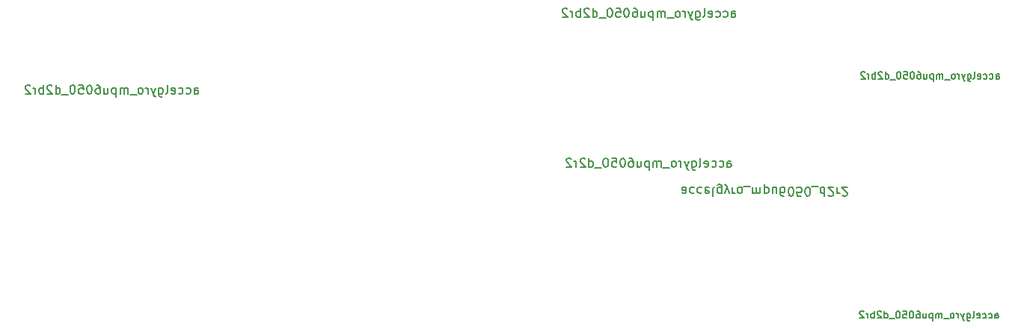
<source format=gbo>
G04 #@! TF.GenerationSoftware,KiCad,Pcbnew,5.1.9-73d0e3b20d~88~ubuntu18.04.1*
G04 #@! TF.CreationDate,2021-03-21T23:49:59-07:00*
G04 #@! TF.ProjectId,accelgyro_mpu6050_d2r2_4x4,61636365-6c67-4797-926f-5f6d70753630,rev?*
G04 #@! TF.SameCoordinates,Original*
G04 #@! TF.FileFunction,Legend,Bot*
G04 #@! TF.FilePolarity,Positive*
%FSLAX46Y46*%
G04 Gerber Fmt 4.6, Leading zero omitted, Abs format (unit mm)*
G04 Created by KiCad (PCBNEW 5.1.9-73d0e3b20d~88~ubuntu18.04.1) date 2021-03-21 23:49:59*
%MOMM*%
%LPD*%
G01*
G04 APERTURE LIST*
%ADD10C,0.150000*%
G04 APERTURE END LIST*
D10*
X133391666Y-81961904D02*
X133391666Y-81542857D01*
X133429761Y-81466666D01*
X133505952Y-81428571D01*
X133658333Y-81428571D01*
X133734523Y-81466666D01*
X133391666Y-81923809D02*
X133467857Y-81961904D01*
X133658333Y-81961904D01*
X133734523Y-81923809D01*
X133772619Y-81847619D01*
X133772619Y-81771428D01*
X133734523Y-81695238D01*
X133658333Y-81657142D01*
X133467857Y-81657142D01*
X133391666Y-81619047D01*
X132667857Y-81923809D02*
X132744047Y-81961904D01*
X132896428Y-81961904D01*
X132972619Y-81923809D01*
X133010714Y-81885714D01*
X133048809Y-81809523D01*
X133048809Y-81580952D01*
X133010714Y-81504761D01*
X132972619Y-81466666D01*
X132896428Y-81428571D01*
X132744047Y-81428571D01*
X132667857Y-81466666D01*
X131982142Y-81923809D02*
X132058333Y-81961904D01*
X132210714Y-81961904D01*
X132286904Y-81923809D01*
X132325000Y-81885714D01*
X132363095Y-81809523D01*
X132363095Y-81580952D01*
X132325000Y-81504761D01*
X132286904Y-81466666D01*
X132210714Y-81428571D01*
X132058333Y-81428571D01*
X131982142Y-81466666D01*
X131334523Y-81923809D02*
X131410714Y-81961904D01*
X131563095Y-81961904D01*
X131639285Y-81923809D01*
X131677380Y-81847619D01*
X131677380Y-81542857D01*
X131639285Y-81466666D01*
X131563095Y-81428571D01*
X131410714Y-81428571D01*
X131334523Y-81466666D01*
X131296428Y-81542857D01*
X131296428Y-81619047D01*
X131677380Y-81695238D01*
X130839285Y-81961904D02*
X130915476Y-81923809D01*
X130953571Y-81847619D01*
X130953571Y-81161904D01*
X130191666Y-81428571D02*
X130191666Y-82076190D01*
X130229761Y-82152380D01*
X130267857Y-82190476D01*
X130344047Y-82228571D01*
X130458333Y-82228571D01*
X130534523Y-82190476D01*
X130191666Y-81923809D02*
X130267857Y-81961904D01*
X130420238Y-81961904D01*
X130496428Y-81923809D01*
X130534523Y-81885714D01*
X130572619Y-81809523D01*
X130572619Y-81580952D01*
X130534523Y-81504761D01*
X130496428Y-81466666D01*
X130420238Y-81428571D01*
X130267857Y-81428571D01*
X130191666Y-81466666D01*
X129886904Y-81428571D02*
X129696428Y-81961904D01*
X129505952Y-81428571D02*
X129696428Y-81961904D01*
X129772619Y-82152380D01*
X129810714Y-82190476D01*
X129886904Y-82228571D01*
X129201190Y-81961904D02*
X129201190Y-81428571D01*
X129201190Y-81580952D02*
X129163095Y-81504761D01*
X129125000Y-81466666D01*
X129048809Y-81428571D01*
X128972619Y-81428571D01*
X128591666Y-81961904D02*
X128667857Y-81923809D01*
X128705952Y-81885714D01*
X128744047Y-81809523D01*
X128744047Y-81580952D01*
X128705952Y-81504761D01*
X128667857Y-81466666D01*
X128591666Y-81428571D01*
X128477380Y-81428571D01*
X128401190Y-81466666D01*
X128363095Y-81504761D01*
X128325000Y-81580952D01*
X128325000Y-81809523D01*
X128363095Y-81885714D01*
X128401190Y-81923809D01*
X128477380Y-81961904D01*
X128591666Y-81961904D01*
X128172619Y-82038095D02*
X127563095Y-82038095D01*
X127372619Y-81961904D02*
X127372619Y-81428571D01*
X127372619Y-81504761D02*
X127334523Y-81466666D01*
X127258333Y-81428571D01*
X127144047Y-81428571D01*
X127067857Y-81466666D01*
X127029761Y-81542857D01*
X127029761Y-81961904D01*
X127029761Y-81542857D02*
X126991666Y-81466666D01*
X126915476Y-81428571D01*
X126801190Y-81428571D01*
X126725000Y-81466666D01*
X126686904Y-81542857D01*
X126686904Y-81961904D01*
X126305952Y-81428571D02*
X126305952Y-82228571D01*
X126305952Y-81466666D02*
X126229761Y-81428571D01*
X126077380Y-81428571D01*
X126001190Y-81466666D01*
X125963095Y-81504761D01*
X125925000Y-81580952D01*
X125925000Y-81809523D01*
X125963095Y-81885714D01*
X126001190Y-81923809D01*
X126077380Y-81961904D01*
X126229761Y-81961904D01*
X126305952Y-81923809D01*
X125239285Y-81428571D02*
X125239285Y-81961904D01*
X125582142Y-81428571D02*
X125582142Y-81847619D01*
X125544047Y-81923809D01*
X125467857Y-81961904D01*
X125353571Y-81961904D01*
X125277380Y-81923809D01*
X125239285Y-81885714D01*
X124515476Y-81161904D02*
X124667857Y-81161904D01*
X124744047Y-81200000D01*
X124782142Y-81238095D01*
X124858333Y-81352380D01*
X124896428Y-81504761D01*
X124896428Y-81809523D01*
X124858333Y-81885714D01*
X124820238Y-81923809D01*
X124744047Y-81961904D01*
X124591666Y-81961904D01*
X124515476Y-81923809D01*
X124477380Y-81885714D01*
X124439285Y-81809523D01*
X124439285Y-81619047D01*
X124477380Y-81542857D01*
X124515476Y-81504761D01*
X124591666Y-81466666D01*
X124744047Y-81466666D01*
X124820238Y-81504761D01*
X124858333Y-81542857D01*
X124896428Y-81619047D01*
X123944047Y-81161904D02*
X123867857Y-81161904D01*
X123791666Y-81200000D01*
X123753571Y-81238095D01*
X123715476Y-81314285D01*
X123677380Y-81466666D01*
X123677380Y-81657142D01*
X123715476Y-81809523D01*
X123753571Y-81885714D01*
X123791666Y-81923809D01*
X123867857Y-81961904D01*
X123944047Y-81961904D01*
X124020238Y-81923809D01*
X124058333Y-81885714D01*
X124096428Y-81809523D01*
X124134523Y-81657142D01*
X124134523Y-81466666D01*
X124096428Y-81314285D01*
X124058333Y-81238095D01*
X124020238Y-81200000D01*
X123944047Y-81161904D01*
X122953571Y-81161904D02*
X123334523Y-81161904D01*
X123372619Y-81542857D01*
X123334523Y-81504761D01*
X123258333Y-81466666D01*
X123067857Y-81466666D01*
X122991666Y-81504761D01*
X122953571Y-81542857D01*
X122915476Y-81619047D01*
X122915476Y-81809523D01*
X122953571Y-81885714D01*
X122991666Y-81923809D01*
X123067857Y-81961904D01*
X123258333Y-81961904D01*
X123334523Y-81923809D01*
X123372619Y-81885714D01*
X122420238Y-81161904D02*
X122344047Y-81161904D01*
X122267857Y-81200000D01*
X122229761Y-81238095D01*
X122191666Y-81314285D01*
X122153571Y-81466666D01*
X122153571Y-81657142D01*
X122191666Y-81809523D01*
X122229761Y-81885714D01*
X122267857Y-81923809D01*
X122344047Y-81961904D01*
X122420238Y-81961904D01*
X122496428Y-81923809D01*
X122534523Y-81885714D01*
X122572619Y-81809523D01*
X122610714Y-81657142D01*
X122610714Y-81466666D01*
X122572619Y-81314285D01*
X122534523Y-81238095D01*
X122496428Y-81200000D01*
X122420238Y-81161904D01*
X122001190Y-82038095D02*
X121391666Y-82038095D01*
X120858333Y-81961904D02*
X120858333Y-81161904D01*
X120858333Y-81923809D02*
X120934523Y-81961904D01*
X121086904Y-81961904D01*
X121163095Y-81923809D01*
X121201190Y-81885714D01*
X121239285Y-81809523D01*
X121239285Y-81580952D01*
X121201190Y-81504761D01*
X121163095Y-81466666D01*
X121086904Y-81428571D01*
X120934523Y-81428571D01*
X120858333Y-81466666D01*
X120515476Y-81238095D02*
X120477380Y-81200000D01*
X120401190Y-81161904D01*
X120210714Y-81161904D01*
X120134523Y-81200000D01*
X120096428Y-81238095D01*
X120058333Y-81314285D01*
X120058333Y-81390476D01*
X120096428Y-81504761D01*
X120553571Y-81961904D01*
X120058333Y-81961904D01*
X119715476Y-81961904D02*
X119715476Y-81161904D01*
X119715476Y-81466666D02*
X119639285Y-81428571D01*
X119486904Y-81428571D01*
X119410714Y-81466666D01*
X119372619Y-81504761D01*
X119334523Y-81580952D01*
X119334523Y-81809523D01*
X119372619Y-81885714D01*
X119410714Y-81923809D01*
X119486904Y-81961904D01*
X119639285Y-81961904D01*
X119715476Y-81923809D01*
X118991666Y-81961904D02*
X118991666Y-81428571D01*
X118991666Y-81580952D02*
X118953571Y-81504761D01*
X118915476Y-81466666D01*
X118839285Y-81428571D01*
X118763095Y-81428571D01*
X118534523Y-81238095D02*
X118496428Y-81200000D01*
X118420238Y-81161904D01*
X118229761Y-81161904D01*
X118153571Y-81200000D01*
X118115476Y-81238095D01*
X118077380Y-81314285D01*
X118077380Y-81390476D01*
X118115476Y-81504761D01*
X118572619Y-81961904D01*
X118077380Y-81961904D01*
X102980952Y-91952380D02*
X102980952Y-91428571D01*
X103028571Y-91333333D01*
X103123809Y-91285714D01*
X103314285Y-91285714D01*
X103409523Y-91333333D01*
X102980952Y-91904761D02*
X103076190Y-91952380D01*
X103314285Y-91952380D01*
X103409523Y-91904761D01*
X103457142Y-91809523D01*
X103457142Y-91714285D01*
X103409523Y-91619047D01*
X103314285Y-91571428D01*
X103076190Y-91571428D01*
X102980952Y-91523809D01*
X102076190Y-91904761D02*
X102171428Y-91952380D01*
X102361904Y-91952380D01*
X102457142Y-91904761D01*
X102504761Y-91857142D01*
X102552380Y-91761904D01*
X102552380Y-91476190D01*
X102504761Y-91380952D01*
X102457142Y-91333333D01*
X102361904Y-91285714D01*
X102171428Y-91285714D01*
X102076190Y-91333333D01*
X101219047Y-91904761D02*
X101314285Y-91952380D01*
X101504761Y-91952380D01*
X101600000Y-91904761D01*
X101647619Y-91857142D01*
X101695238Y-91761904D01*
X101695238Y-91476190D01*
X101647619Y-91380952D01*
X101600000Y-91333333D01*
X101504761Y-91285714D01*
X101314285Y-91285714D01*
X101219047Y-91333333D01*
X100409523Y-91904761D02*
X100504761Y-91952380D01*
X100695238Y-91952380D01*
X100790476Y-91904761D01*
X100838095Y-91809523D01*
X100838095Y-91428571D01*
X100790476Y-91333333D01*
X100695238Y-91285714D01*
X100504761Y-91285714D01*
X100409523Y-91333333D01*
X100361904Y-91428571D01*
X100361904Y-91523809D01*
X100838095Y-91619047D01*
X99790476Y-91952380D02*
X99885714Y-91904761D01*
X99933333Y-91809523D01*
X99933333Y-90952380D01*
X98980952Y-91285714D02*
X98980952Y-92095238D01*
X99028571Y-92190476D01*
X99076190Y-92238095D01*
X99171428Y-92285714D01*
X99314285Y-92285714D01*
X99409523Y-92238095D01*
X98980952Y-91904761D02*
X99076190Y-91952380D01*
X99266666Y-91952380D01*
X99361904Y-91904761D01*
X99409523Y-91857142D01*
X99457142Y-91761904D01*
X99457142Y-91476190D01*
X99409523Y-91380952D01*
X99361904Y-91333333D01*
X99266666Y-91285714D01*
X99076190Y-91285714D01*
X98980952Y-91333333D01*
X98600000Y-91285714D02*
X98361904Y-91952380D01*
X98123809Y-91285714D02*
X98361904Y-91952380D01*
X98457142Y-92190476D01*
X98504761Y-92238095D01*
X98600000Y-92285714D01*
X97742857Y-91952380D02*
X97742857Y-91285714D01*
X97742857Y-91476190D02*
X97695238Y-91380952D01*
X97647619Y-91333333D01*
X97552380Y-91285714D01*
X97457142Y-91285714D01*
X96980952Y-91952380D02*
X97076190Y-91904761D01*
X97123809Y-91857142D01*
X97171428Y-91761904D01*
X97171428Y-91476190D01*
X97123809Y-91380952D01*
X97076190Y-91333333D01*
X96980952Y-91285714D01*
X96838095Y-91285714D01*
X96742857Y-91333333D01*
X96695238Y-91380952D01*
X96647619Y-91476190D01*
X96647619Y-91761904D01*
X96695238Y-91857142D01*
X96742857Y-91904761D01*
X96838095Y-91952380D01*
X96980952Y-91952380D01*
X96457142Y-92047619D02*
X95695238Y-92047619D01*
X95457142Y-91952380D02*
X95457142Y-91285714D01*
X95457142Y-91380952D02*
X95409523Y-91333333D01*
X95314285Y-91285714D01*
X95171428Y-91285714D01*
X95076190Y-91333333D01*
X95028571Y-91428571D01*
X95028571Y-91952380D01*
X95028571Y-91428571D02*
X94980952Y-91333333D01*
X94885714Y-91285714D01*
X94742857Y-91285714D01*
X94647619Y-91333333D01*
X94600000Y-91428571D01*
X94600000Y-91952380D01*
X94123809Y-91285714D02*
X94123809Y-92285714D01*
X94123809Y-91333333D02*
X94028571Y-91285714D01*
X93838095Y-91285714D01*
X93742857Y-91333333D01*
X93695238Y-91380952D01*
X93647619Y-91476190D01*
X93647619Y-91761904D01*
X93695238Y-91857142D01*
X93742857Y-91904761D01*
X93838095Y-91952380D01*
X94028571Y-91952380D01*
X94123809Y-91904761D01*
X92790476Y-91285714D02*
X92790476Y-91952380D01*
X93219047Y-91285714D02*
X93219047Y-91809523D01*
X93171428Y-91904761D01*
X93076190Y-91952380D01*
X92933333Y-91952380D01*
X92838095Y-91904761D01*
X92790476Y-91857142D01*
X91885714Y-90952380D02*
X92076190Y-90952380D01*
X92171428Y-91000000D01*
X92219047Y-91047619D01*
X92314285Y-91190476D01*
X92361904Y-91380952D01*
X92361904Y-91761904D01*
X92314285Y-91857142D01*
X92266666Y-91904761D01*
X92171428Y-91952380D01*
X91980952Y-91952380D01*
X91885714Y-91904761D01*
X91838095Y-91857142D01*
X91790476Y-91761904D01*
X91790476Y-91523809D01*
X91838095Y-91428571D01*
X91885714Y-91380952D01*
X91980952Y-91333333D01*
X92171428Y-91333333D01*
X92266666Y-91380952D01*
X92314285Y-91428571D01*
X92361904Y-91523809D01*
X91171428Y-90952380D02*
X91076190Y-90952380D01*
X90980952Y-91000000D01*
X90933333Y-91047619D01*
X90885714Y-91142857D01*
X90838095Y-91333333D01*
X90838095Y-91571428D01*
X90885714Y-91761904D01*
X90933333Y-91857142D01*
X90980952Y-91904761D01*
X91076190Y-91952380D01*
X91171428Y-91952380D01*
X91266666Y-91904761D01*
X91314285Y-91857142D01*
X91361904Y-91761904D01*
X91409523Y-91571428D01*
X91409523Y-91333333D01*
X91361904Y-91142857D01*
X91314285Y-91047619D01*
X91266666Y-91000000D01*
X91171428Y-90952380D01*
X89933333Y-90952380D02*
X90409523Y-90952380D01*
X90457142Y-91428571D01*
X90409523Y-91380952D01*
X90314285Y-91333333D01*
X90076190Y-91333333D01*
X89980952Y-91380952D01*
X89933333Y-91428571D01*
X89885714Y-91523809D01*
X89885714Y-91761904D01*
X89933333Y-91857142D01*
X89980952Y-91904761D01*
X90076190Y-91952380D01*
X90314285Y-91952380D01*
X90409523Y-91904761D01*
X90457142Y-91857142D01*
X89266666Y-90952380D02*
X89171428Y-90952380D01*
X89076190Y-91000000D01*
X89028571Y-91047619D01*
X88980952Y-91142857D01*
X88933333Y-91333333D01*
X88933333Y-91571428D01*
X88980952Y-91761904D01*
X89028571Y-91857142D01*
X89076190Y-91904761D01*
X89171428Y-91952380D01*
X89266666Y-91952380D01*
X89361904Y-91904761D01*
X89409523Y-91857142D01*
X89457142Y-91761904D01*
X89504761Y-91571428D01*
X89504761Y-91333333D01*
X89457142Y-91142857D01*
X89409523Y-91047619D01*
X89361904Y-91000000D01*
X89266666Y-90952380D01*
X88742857Y-92047619D02*
X87980952Y-92047619D01*
X87314285Y-91952380D02*
X87314285Y-90952380D01*
X87314285Y-91904761D02*
X87409523Y-91952380D01*
X87600000Y-91952380D01*
X87695238Y-91904761D01*
X87742857Y-91857142D01*
X87790476Y-91761904D01*
X87790476Y-91476190D01*
X87742857Y-91380952D01*
X87695238Y-91333333D01*
X87600000Y-91285714D01*
X87409523Y-91285714D01*
X87314285Y-91333333D01*
X86885714Y-91047619D02*
X86838095Y-91000000D01*
X86742857Y-90952380D01*
X86504761Y-90952380D01*
X86409523Y-91000000D01*
X86361904Y-91047619D01*
X86314285Y-91142857D01*
X86314285Y-91238095D01*
X86361904Y-91380952D01*
X86933333Y-91952380D01*
X86314285Y-91952380D01*
X85885714Y-91952380D02*
X85885714Y-91285714D01*
X85885714Y-91476190D02*
X85838095Y-91380952D01*
X85790476Y-91333333D01*
X85695238Y-91285714D01*
X85600000Y-91285714D01*
X85314285Y-91047619D02*
X85266666Y-91000000D01*
X85171428Y-90952380D01*
X84933333Y-90952380D01*
X84838095Y-91000000D01*
X84790476Y-91047619D01*
X84742857Y-91142857D01*
X84742857Y-91238095D01*
X84790476Y-91380952D01*
X85361904Y-91952380D01*
X84742857Y-91952380D01*
X42633333Y-83652380D02*
X42633333Y-83128571D01*
X42680952Y-83033333D01*
X42776190Y-82985714D01*
X42966666Y-82985714D01*
X43061904Y-83033333D01*
X42633333Y-83604761D02*
X42728571Y-83652380D01*
X42966666Y-83652380D01*
X43061904Y-83604761D01*
X43109523Y-83509523D01*
X43109523Y-83414285D01*
X43061904Y-83319047D01*
X42966666Y-83271428D01*
X42728571Y-83271428D01*
X42633333Y-83223809D01*
X41728571Y-83604761D02*
X41823809Y-83652380D01*
X42014285Y-83652380D01*
X42109523Y-83604761D01*
X42157142Y-83557142D01*
X42204761Y-83461904D01*
X42204761Y-83176190D01*
X42157142Y-83080952D01*
X42109523Y-83033333D01*
X42014285Y-82985714D01*
X41823809Y-82985714D01*
X41728571Y-83033333D01*
X40871428Y-83604761D02*
X40966666Y-83652380D01*
X41157142Y-83652380D01*
X41252380Y-83604761D01*
X41300000Y-83557142D01*
X41347619Y-83461904D01*
X41347619Y-83176190D01*
X41300000Y-83080952D01*
X41252380Y-83033333D01*
X41157142Y-82985714D01*
X40966666Y-82985714D01*
X40871428Y-83033333D01*
X40061904Y-83604761D02*
X40157142Y-83652380D01*
X40347619Y-83652380D01*
X40442857Y-83604761D01*
X40490476Y-83509523D01*
X40490476Y-83128571D01*
X40442857Y-83033333D01*
X40347619Y-82985714D01*
X40157142Y-82985714D01*
X40061904Y-83033333D01*
X40014285Y-83128571D01*
X40014285Y-83223809D01*
X40490476Y-83319047D01*
X39442857Y-83652380D02*
X39538095Y-83604761D01*
X39585714Y-83509523D01*
X39585714Y-82652380D01*
X38633333Y-82985714D02*
X38633333Y-83795238D01*
X38680952Y-83890476D01*
X38728571Y-83938095D01*
X38823809Y-83985714D01*
X38966666Y-83985714D01*
X39061904Y-83938095D01*
X38633333Y-83604761D02*
X38728571Y-83652380D01*
X38919047Y-83652380D01*
X39014285Y-83604761D01*
X39061904Y-83557142D01*
X39109523Y-83461904D01*
X39109523Y-83176190D01*
X39061904Y-83080952D01*
X39014285Y-83033333D01*
X38919047Y-82985714D01*
X38728571Y-82985714D01*
X38633333Y-83033333D01*
X38252380Y-82985714D02*
X38014285Y-83652380D01*
X37776190Y-82985714D02*
X38014285Y-83652380D01*
X38109523Y-83890476D01*
X38157142Y-83938095D01*
X38252380Y-83985714D01*
X37395238Y-83652380D02*
X37395238Y-82985714D01*
X37395238Y-83176190D02*
X37347619Y-83080952D01*
X37300000Y-83033333D01*
X37204761Y-82985714D01*
X37109523Y-82985714D01*
X36633333Y-83652380D02*
X36728571Y-83604761D01*
X36776190Y-83557142D01*
X36823809Y-83461904D01*
X36823809Y-83176190D01*
X36776190Y-83080952D01*
X36728571Y-83033333D01*
X36633333Y-82985714D01*
X36490476Y-82985714D01*
X36395238Y-83033333D01*
X36347619Y-83080952D01*
X36300000Y-83176190D01*
X36300000Y-83461904D01*
X36347619Y-83557142D01*
X36395238Y-83604761D01*
X36490476Y-83652380D01*
X36633333Y-83652380D01*
X36109523Y-83747619D02*
X35347619Y-83747619D01*
X35109523Y-83652380D02*
X35109523Y-82985714D01*
X35109523Y-83080952D02*
X35061904Y-83033333D01*
X34966666Y-82985714D01*
X34823809Y-82985714D01*
X34728571Y-83033333D01*
X34680952Y-83128571D01*
X34680952Y-83652380D01*
X34680952Y-83128571D02*
X34633333Y-83033333D01*
X34538095Y-82985714D01*
X34395238Y-82985714D01*
X34300000Y-83033333D01*
X34252380Y-83128571D01*
X34252380Y-83652380D01*
X33776190Y-82985714D02*
X33776190Y-83985714D01*
X33776190Y-83033333D02*
X33680952Y-82985714D01*
X33490476Y-82985714D01*
X33395238Y-83033333D01*
X33347619Y-83080952D01*
X33300000Y-83176190D01*
X33300000Y-83461904D01*
X33347619Y-83557142D01*
X33395238Y-83604761D01*
X33490476Y-83652380D01*
X33680952Y-83652380D01*
X33776190Y-83604761D01*
X32442857Y-82985714D02*
X32442857Y-83652380D01*
X32871428Y-82985714D02*
X32871428Y-83509523D01*
X32823809Y-83604761D01*
X32728571Y-83652380D01*
X32585714Y-83652380D01*
X32490476Y-83604761D01*
X32442857Y-83557142D01*
X31538095Y-82652380D02*
X31728571Y-82652380D01*
X31823809Y-82700000D01*
X31871428Y-82747619D01*
X31966666Y-82890476D01*
X32014285Y-83080952D01*
X32014285Y-83461904D01*
X31966666Y-83557142D01*
X31919047Y-83604761D01*
X31823809Y-83652380D01*
X31633333Y-83652380D01*
X31538095Y-83604761D01*
X31490476Y-83557142D01*
X31442857Y-83461904D01*
X31442857Y-83223809D01*
X31490476Y-83128571D01*
X31538095Y-83080952D01*
X31633333Y-83033333D01*
X31823809Y-83033333D01*
X31919047Y-83080952D01*
X31966666Y-83128571D01*
X32014285Y-83223809D01*
X30823809Y-82652380D02*
X30728571Y-82652380D01*
X30633333Y-82700000D01*
X30585714Y-82747619D01*
X30538095Y-82842857D01*
X30490476Y-83033333D01*
X30490476Y-83271428D01*
X30538095Y-83461904D01*
X30585714Y-83557142D01*
X30633333Y-83604761D01*
X30728571Y-83652380D01*
X30823809Y-83652380D01*
X30919047Y-83604761D01*
X30966666Y-83557142D01*
X31014285Y-83461904D01*
X31061904Y-83271428D01*
X31061904Y-83033333D01*
X31014285Y-82842857D01*
X30966666Y-82747619D01*
X30919047Y-82700000D01*
X30823809Y-82652380D01*
X29585714Y-82652380D02*
X30061904Y-82652380D01*
X30109523Y-83128571D01*
X30061904Y-83080952D01*
X29966666Y-83033333D01*
X29728571Y-83033333D01*
X29633333Y-83080952D01*
X29585714Y-83128571D01*
X29538095Y-83223809D01*
X29538095Y-83461904D01*
X29585714Y-83557142D01*
X29633333Y-83604761D01*
X29728571Y-83652380D01*
X29966666Y-83652380D01*
X30061904Y-83604761D01*
X30109523Y-83557142D01*
X28919047Y-82652380D02*
X28823809Y-82652380D01*
X28728571Y-82700000D01*
X28680952Y-82747619D01*
X28633333Y-82842857D01*
X28585714Y-83033333D01*
X28585714Y-83271428D01*
X28633333Y-83461904D01*
X28680952Y-83557142D01*
X28728571Y-83604761D01*
X28823809Y-83652380D01*
X28919047Y-83652380D01*
X29014285Y-83604761D01*
X29061904Y-83557142D01*
X29109523Y-83461904D01*
X29157142Y-83271428D01*
X29157142Y-83033333D01*
X29109523Y-82842857D01*
X29061904Y-82747619D01*
X29014285Y-82700000D01*
X28919047Y-82652380D01*
X28395238Y-83747619D02*
X27633333Y-83747619D01*
X26966666Y-83652380D02*
X26966666Y-82652380D01*
X26966666Y-83604761D02*
X27061904Y-83652380D01*
X27252380Y-83652380D01*
X27347619Y-83604761D01*
X27395238Y-83557142D01*
X27442857Y-83461904D01*
X27442857Y-83176190D01*
X27395238Y-83080952D01*
X27347619Y-83033333D01*
X27252380Y-82985714D01*
X27061904Y-82985714D01*
X26966666Y-83033333D01*
X26538095Y-82747619D02*
X26490476Y-82700000D01*
X26395238Y-82652380D01*
X26157142Y-82652380D01*
X26061904Y-82700000D01*
X26014285Y-82747619D01*
X25966666Y-82842857D01*
X25966666Y-82938095D01*
X26014285Y-83080952D01*
X26585714Y-83652380D01*
X25966666Y-83652380D01*
X25538095Y-83652380D02*
X25538095Y-82652380D01*
X25538095Y-83033333D02*
X25442857Y-82985714D01*
X25252380Y-82985714D01*
X25157142Y-83033333D01*
X25109523Y-83080952D01*
X25061904Y-83176190D01*
X25061904Y-83461904D01*
X25109523Y-83557142D01*
X25157142Y-83604761D01*
X25252380Y-83652380D01*
X25442857Y-83652380D01*
X25538095Y-83604761D01*
X24633333Y-83652380D02*
X24633333Y-82985714D01*
X24633333Y-83176190D02*
X24585714Y-83080952D01*
X24538095Y-83033333D01*
X24442857Y-82985714D01*
X24347619Y-82985714D01*
X24061904Y-82747619D02*
X24014285Y-82700000D01*
X23919047Y-82652380D01*
X23680952Y-82652380D01*
X23585714Y-82700000D01*
X23538095Y-82747619D01*
X23490476Y-82842857D01*
X23490476Y-82938095D01*
X23538095Y-83080952D01*
X24109523Y-83652380D01*
X23490476Y-83652380D01*
X103433333Y-74952380D02*
X103433333Y-74428571D01*
X103480952Y-74333333D01*
X103576190Y-74285714D01*
X103766666Y-74285714D01*
X103861904Y-74333333D01*
X103433333Y-74904761D02*
X103528571Y-74952380D01*
X103766666Y-74952380D01*
X103861904Y-74904761D01*
X103909523Y-74809523D01*
X103909523Y-74714285D01*
X103861904Y-74619047D01*
X103766666Y-74571428D01*
X103528571Y-74571428D01*
X103433333Y-74523809D01*
X102528571Y-74904761D02*
X102623809Y-74952380D01*
X102814285Y-74952380D01*
X102909523Y-74904761D01*
X102957142Y-74857142D01*
X103004761Y-74761904D01*
X103004761Y-74476190D01*
X102957142Y-74380952D01*
X102909523Y-74333333D01*
X102814285Y-74285714D01*
X102623809Y-74285714D01*
X102528571Y-74333333D01*
X101671428Y-74904761D02*
X101766666Y-74952380D01*
X101957142Y-74952380D01*
X102052380Y-74904761D01*
X102100000Y-74857142D01*
X102147619Y-74761904D01*
X102147619Y-74476190D01*
X102100000Y-74380952D01*
X102052380Y-74333333D01*
X101957142Y-74285714D01*
X101766666Y-74285714D01*
X101671428Y-74333333D01*
X100861904Y-74904761D02*
X100957142Y-74952380D01*
X101147619Y-74952380D01*
X101242857Y-74904761D01*
X101290476Y-74809523D01*
X101290476Y-74428571D01*
X101242857Y-74333333D01*
X101147619Y-74285714D01*
X100957142Y-74285714D01*
X100861904Y-74333333D01*
X100814285Y-74428571D01*
X100814285Y-74523809D01*
X101290476Y-74619047D01*
X100242857Y-74952380D02*
X100338095Y-74904761D01*
X100385714Y-74809523D01*
X100385714Y-73952380D01*
X99433333Y-74285714D02*
X99433333Y-75095238D01*
X99480952Y-75190476D01*
X99528571Y-75238095D01*
X99623809Y-75285714D01*
X99766666Y-75285714D01*
X99861904Y-75238095D01*
X99433333Y-74904761D02*
X99528571Y-74952380D01*
X99719047Y-74952380D01*
X99814285Y-74904761D01*
X99861904Y-74857142D01*
X99909523Y-74761904D01*
X99909523Y-74476190D01*
X99861904Y-74380952D01*
X99814285Y-74333333D01*
X99719047Y-74285714D01*
X99528571Y-74285714D01*
X99433333Y-74333333D01*
X99052380Y-74285714D02*
X98814285Y-74952380D01*
X98576190Y-74285714D02*
X98814285Y-74952380D01*
X98909523Y-75190476D01*
X98957142Y-75238095D01*
X99052380Y-75285714D01*
X98195238Y-74952380D02*
X98195238Y-74285714D01*
X98195238Y-74476190D02*
X98147619Y-74380952D01*
X98100000Y-74333333D01*
X98004761Y-74285714D01*
X97909523Y-74285714D01*
X97433333Y-74952380D02*
X97528571Y-74904761D01*
X97576190Y-74857142D01*
X97623809Y-74761904D01*
X97623809Y-74476190D01*
X97576190Y-74380952D01*
X97528571Y-74333333D01*
X97433333Y-74285714D01*
X97290476Y-74285714D01*
X97195238Y-74333333D01*
X97147619Y-74380952D01*
X97100000Y-74476190D01*
X97100000Y-74761904D01*
X97147619Y-74857142D01*
X97195238Y-74904761D01*
X97290476Y-74952380D01*
X97433333Y-74952380D01*
X96909523Y-75047619D02*
X96147619Y-75047619D01*
X95909523Y-74952380D02*
X95909523Y-74285714D01*
X95909523Y-74380952D02*
X95861904Y-74333333D01*
X95766666Y-74285714D01*
X95623809Y-74285714D01*
X95528571Y-74333333D01*
X95480952Y-74428571D01*
X95480952Y-74952380D01*
X95480952Y-74428571D02*
X95433333Y-74333333D01*
X95338095Y-74285714D01*
X95195238Y-74285714D01*
X95100000Y-74333333D01*
X95052380Y-74428571D01*
X95052380Y-74952380D01*
X94576190Y-74285714D02*
X94576190Y-75285714D01*
X94576190Y-74333333D02*
X94480952Y-74285714D01*
X94290476Y-74285714D01*
X94195238Y-74333333D01*
X94147619Y-74380952D01*
X94100000Y-74476190D01*
X94100000Y-74761904D01*
X94147619Y-74857142D01*
X94195238Y-74904761D01*
X94290476Y-74952380D01*
X94480952Y-74952380D01*
X94576190Y-74904761D01*
X93242857Y-74285714D02*
X93242857Y-74952380D01*
X93671428Y-74285714D02*
X93671428Y-74809523D01*
X93623809Y-74904761D01*
X93528571Y-74952380D01*
X93385714Y-74952380D01*
X93290476Y-74904761D01*
X93242857Y-74857142D01*
X92338095Y-73952380D02*
X92528571Y-73952380D01*
X92623809Y-74000000D01*
X92671428Y-74047619D01*
X92766666Y-74190476D01*
X92814285Y-74380952D01*
X92814285Y-74761904D01*
X92766666Y-74857142D01*
X92719047Y-74904761D01*
X92623809Y-74952380D01*
X92433333Y-74952380D01*
X92338095Y-74904761D01*
X92290476Y-74857142D01*
X92242857Y-74761904D01*
X92242857Y-74523809D01*
X92290476Y-74428571D01*
X92338095Y-74380952D01*
X92433333Y-74333333D01*
X92623809Y-74333333D01*
X92719047Y-74380952D01*
X92766666Y-74428571D01*
X92814285Y-74523809D01*
X91623809Y-73952380D02*
X91528571Y-73952380D01*
X91433333Y-74000000D01*
X91385714Y-74047619D01*
X91338095Y-74142857D01*
X91290476Y-74333333D01*
X91290476Y-74571428D01*
X91338095Y-74761904D01*
X91385714Y-74857142D01*
X91433333Y-74904761D01*
X91528571Y-74952380D01*
X91623809Y-74952380D01*
X91719047Y-74904761D01*
X91766666Y-74857142D01*
X91814285Y-74761904D01*
X91861904Y-74571428D01*
X91861904Y-74333333D01*
X91814285Y-74142857D01*
X91766666Y-74047619D01*
X91719047Y-74000000D01*
X91623809Y-73952380D01*
X90385714Y-73952380D02*
X90861904Y-73952380D01*
X90909523Y-74428571D01*
X90861904Y-74380952D01*
X90766666Y-74333333D01*
X90528571Y-74333333D01*
X90433333Y-74380952D01*
X90385714Y-74428571D01*
X90338095Y-74523809D01*
X90338095Y-74761904D01*
X90385714Y-74857142D01*
X90433333Y-74904761D01*
X90528571Y-74952380D01*
X90766666Y-74952380D01*
X90861904Y-74904761D01*
X90909523Y-74857142D01*
X89719047Y-73952380D02*
X89623809Y-73952380D01*
X89528571Y-74000000D01*
X89480952Y-74047619D01*
X89433333Y-74142857D01*
X89385714Y-74333333D01*
X89385714Y-74571428D01*
X89433333Y-74761904D01*
X89480952Y-74857142D01*
X89528571Y-74904761D01*
X89623809Y-74952380D01*
X89719047Y-74952380D01*
X89814285Y-74904761D01*
X89861904Y-74857142D01*
X89909523Y-74761904D01*
X89957142Y-74571428D01*
X89957142Y-74333333D01*
X89909523Y-74142857D01*
X89861904Y-74047619D01*
X89814285Y-74000000D01*
X89719047Y-73952380D01*
X89195238Y-75047619D02*
X88433333Y-75047619D01*
X87766666Y-74952380D02*
X87766666Y-73952380D01*
X87766666Y-74904761D02*
X87861904Y-74952380D01*
X88052380Y-74952380D01*
X88147619Y-74904761D01*
X88195238Y-74857142D01*
X88242857Y-74761904D01*
X88242857Y-74476190D01*
X88195238Y-74380952D01*
X88147619Y-74333333D01*
X88052380Y-74285714D01*
X87861904Y-74285714D01*
X87766666Y-74333333D01*
X87338095Y-74047619D02*
X87290476Y-74000000D01*
X87195238Y-73952380D01*
X86957142Y-73952380D01*
X86861904Y-74000000D01*
X86814285Y-74047619D01*
X86766666Y-74142857D01*
X86766666Y-74238095D01*
X86814285Y-74380952D01*
X87385714Y-74952380D01*
X86766666Y-74952380D01*
X86338095Y-74952380D02*
X86338095Y-73952380D01*
X86338095Y-74333333D02*
X86242857Y-74285714D01*
X86052380Y-74285714D01*
X85957142Y-74333333D01*
X85909523Y-74380952D01*
X85861904Y-74476190D01*
X85861904Y-74761904D01*
X85909523Y-74857142D01*
X85957142Y-74904761D01*
X86052380Y-74952380D01*
X86242857Y-74952380D01*
X86338095Y-74904761D01*
X85433333Y-74952380D02*
X85433333Y-74285714D01*
X85433333Y-74476190D02*
X85385714Y-74380952D01*
X85338095Y-74333333D01*
X85242857Y-74285714D01*
X85147619Y-74285714D01*
X84861904Y-74047619D02*
X84814285Y-74000000D01*
X84719047Y-73952380D01*
X84480952Y-73952380D01*
X84385714Y-74000000D01*
X84338095Y-74047619D01*
X84290476Y-74142857D01*
X84290476Y-74238095D01*
X84338095Y-74380952D01*
X84909523Y-74952380D01*
X84290476Y-74952380D01*
X98319047Y-94247619D02*
X98319047Y-94771428D01*
X98271428Y-94866666D01*
X98176190Y-94914285D01*
X97985714Y-94914285D01*
X97890476Y-94866666D01*
X98319047Y-94295238D02*
X98223809Y-94247619D01*
X97985714Y-94247619D01*
X97890476Y-94295238D01*
X97842857Y-94390476D01*
X97842857Y-94485714D01*
X97890476Y-94580952D01*
X97985714Y-94628571D01*
X98223809Y-94628571D01*
X98319047Y-94676190D01*
X99223809Y-94295238D02*
X99128571Y-94247619D01*
X98938095Y-94247619D01*
X98842857Y-94295238D01*
X98795238Y-94342857D01*
X98747619Y-94438095D01*
X98747619Y-94723809D01*
X98795238Y-94819047D01*
X98842857Y-94866666D01*
X98938095Y-94914285D01*
X99128571Y-94914285D01*
X99223809Y-94866666D01*
X100080952Y-94295238D02*
X99985714Y-94247619D01*
X99795238Y-94247619D01*
X99700000Y-94295238D01*
X99652380Y-94342857D01*
X99604761Y-94438095D01*
X99604761Y-94723809D01*
X99652380Y-94819047D01*
X99700000Y-94866666D01*
X99795238Y-94914285D01*
X99985714Y-94914285D01*
X100080952Y-94866666D01*
X100890476Y-94295238D02*
X100795238Y-94247619D01*
X100604761Y-94247619D01*
X100509523Y-94295238D01*
X100461904Y-94390476D01*
X100461904Y-94771428D01*
X100509523Y-94866666D01*
X100604761Y-94914285D01*
X100795238Y-94914285D01*
X100890476Y-94866666D01*
X100938095Y-94771428D01*
X100938095Y-94676190D01*
X100461904Y-94580952D01*
X101509523Y-94247619D02*
X101414285Y-94295238D01*
X101366666Y-94390476D01*
X101366666Y-95247619D01*
X102319047Y-94914285D02*
X102319047Y-94104761D01*
X102271428Y-94009523D01*
X102223809Y-93961904D01*
X102128571Y-93914285D01*
X101985714Y-93914285D01*
X101890476Y-93961904D01*
X102319047Y-94295238D02*
X102223809Y-94247619D01*
X102033333Y-94247619D01*
X101938095Y-94295238D01*
X101890476Y-94342857D01*
X101842857Y-94438095D01*
X101842857Y-94723809D01*
X101890476Y-94819047D01*
X101938095Y-94866666D01*
X102033333Y-94914285D01*
X102223809Y-94914285D01*
X102319047Y-94866666D01*
X102700000Y-94914285D02*
X102938095Y-94247619D01*
X103176190Y-94914285D02*
X102938095Y-94247619D01*
X102842857Y-94009523D01*
X102795238Y-93961904D01*
X102700000Y-93914285D01*
X103557142Y-94247619D02*
X103557142Y-94914285D01*
X103557142Y-94723809D02*
X103604761Y-94819047D01*
X103652380Y-94866666D01*
X103747619Y-94914285D01*
X103842857Y-94914285D01*
X104319047Y-94247619D02*
X104223809Y-94295238D01*
X104176190Y-94342857D01*
X104128571Y-94438095D01*
X104128571Y-94723809D01*
X104176190Y-94819047D01*
X104223809Y-94866666D01*
X104319047Y-94914285D01*
X104461904Y-94914285D01*
X104557142Y-94866666D01*
X104604761Y-94819047D01*
X104652380Y-94723809D01*
X104652380Y-94438095D01*
X104604761Y-94342857D01*
X104557142Y-94295238D01*
X104461904Y-94247619D01*
X104319047Y-94247619D01*
X104842857Y-94152380D02*
X105604761Y-94152380D01*
X105842857Y-94247619D02*
X105842857Y-94914285D01*
X105842857Y-94819047D02*
X105890476Y-94866666D01*
X105985714Y-94914285D01*
X106128571Y-94914285D01*
X106223809Y-94866666D01*
X106271428Y-94771428D01*
X106271428Y-94247619D01*
X106271428Y-94771428D02*
X106319047Y-94866666D01*
X106414285Y-94914285D01*
X106557142Y-94914285D01*
X106652380Y-94866666D01*
X106700000Y-94771428D01*
X106700000Y-94247619D01*
X107176190Y-94914285D02*
X107176190Y-93914285D01*
X107176190Y-94866666D02*
X107271428Y-94914285D01*
X107461904Y-94914285D01*
X107557142Y-94866666D01*
X107604761Y-94819047D01*
X107652380Y-94723809D01*
X107652380Y-94438095D01*
X107604761Y-94342857D01*
X107557142Y-94295238D01*
X107461904Y-94247619D01*
X107271428Y-94247619D01*
X107176190Y-94295238D01*
X108509523Y-94914285D02*
X108509523Y-94247619D01*
X108080952Y-94914285D02*
X108080952Y-94390476D01*
X108128571Y-94295238D01*
X108223809Y-94247619D01*
X108366666Y-94247619D01*
X108461904Y-94295238D01*
X108509523Y-94342857D01*
X109414285Y-95247619D02*
X109223809Y-95247619D01*
X109128571Y-95200000D01*
X109080952Y-95152380D01*
X108985714Y-95009523D01*
X108938095Y-94819047D01*
X108938095Y-94438095D01*
X108985714Y-94342857D01*
X109033333Y-94295238D01*
X109128571Y-94247619D01*
X109319047Y-94247619D01*
X109414285Y-94295238D01*
X109461904Y-94342857D01*
X109509523Y-94438095D01*
X109509523Y-94676190D01*
X109461904Y-94771428D01*
X109414285Y-94819047D01*
X109319047Y-94866666D01*
X109128571Y-94866666D01*
X109033333Y-94819047D01*
X108985714Y-94771428D01*
X108938095Y-94676190D01*
X110128571Y-95247619D02*
X110223809Y-95247619D01*
X110319047Y-95200000D01*
X110366666Y-95152380D01*
X110414285Y-95057142D01*
X110461904Y-94866666D01*
X110461904Y-94628571D01*
X110414285Y-94438095D01*
X110366666Y-94342857D01*
X110319047Y-94295238D01*
X110223809Y-94247619D01*
X110128571Y-94247619D01*
X110033333Y-94295238D01*
X109985714Y-94342857D01*
X109938095Y-94438095D01*
X109890476Y-94628571D01*
X109890476Y-94866666D01*
X109938095Y-95057142D01*
X109985714Y-95152380D01*
X110033333Y-95200000D01*
X110128571Y-95247619D01*
X111366666Y-95247619D02*
X110890476Y-95247619D01*
X110842857Y-94771428D01*
X110890476Y-94819047D01*
X110985714Y-94866666D01*
X111223809Y-94866666D01*
X111319047Y-94819047D01*
X111366666Y-94771428D01*
X111414285Y-94676190D01*
X111414285Y-94438095D01*
X111366666Y-94342857D01*
X111319047Y-94295238D01*
X111223809Y-94247619D01*
X110985714Y-94247619D01*
X110890476Y-94295238D01*
X110842857Y-94342857D01*
X112033333Y-95247619D02*
X112128571Y-95247619D01*
X112223809Y-95200000D01*
X112271428Y-95152380D01*
X112319047Y-95057142D01*
X112366666Y-94866666D01*
X112366666Y-94628571D01*
X112319047Y-94438095D01*
X112271428Y-94342857D01*
X112223809Y-94295238D01*
X112128571Y-94247619D01*
X112033333Y-94247619D01*
X111938095Y-94295238D01*
X111890476Y-94342857D01*
X111842857Y-94438095D01*
X111795238Y-94628571D01*
X111795238Y-94866666D01*
X111842857Y-95057142D01*
X111890476Y-95152380D01*
X111938095Y-95200000D01*
X112033333Y-95247619D01*
X112557142Y-94152380D02*
X113319047Y-94152380D01*
X113985714Y-94247619D02*
X113985714Y-95247619D01*
X113985714Y-94295238D02*
X113890476Y-94247619D01*
X113700000Y-94247619D01*
X113604761Y-94295238D01*
X113557142Y-94342857D01*
X113509523Y-94438095D01*
X113509523Y-94723809D01*
X113557142Y-94819047D01*
X113604761Y-94866666D01*
X113700000Y-94914285D01*
X113890476Y-94914285D01*
X113985714Y-94866666D01*
X114414285Y-95152380D02*
X114461904Y-95200000D01*
X114557142Y-95247619D01*
X114795238Y-95247619D01*
X114890476Y-95200000D01*
X114938095Y-95152380D01*
X114985714Y-95057142D01*
X114985714Y-94961904D01*
X114938095Y-94819047D01*
X114366666Y-94247619D01*
X114985714Y-94247619D01*
X115414285Y-94247619D02*
X115414285Y-94914285D01*
X115414285Y-94723809D02*
X115461904Y-94819047D01*
X115509523Y-94866666D01*
X115604761Y-94914285D01*
X115700000Y-94914285D01*
X115985714Y-95152380D02*
X116033333Y-95200000D01*
X116128571Y-95247619D01*
X116366666Y-95247619D01*
X116461904Y-95200000D01*
X116509523Y-95152380D01*
X116557142Y-95057142D01*
X116557142Y-94961904D01*
X116509523Y-94819047D01*
X115938095Y-94247619D01*
X116557142Y-94247619D01*
X133291666Y-109111904D02*
X133291666Y-108692857D01*
X133329761Y-108616666D01*
X133405952Y-108578571D01*
X133558333Y-108578571D01*
X133634523Y-108616666D01*
X133291666Y-109073809D02*
X133367857Y-109111904D01*
X133558333Y-109111904D01*
X133634523Y-109073809D01*
X133672619Y-108997619D01*
X133672619Y-108921428D01*
X133634523Y-108845238D01*
X133558333Y-108807142D01*
X133367857Y-108807142D01*
X133291666Y-108769047D01*
X132567857Y-109073809D02*
X132644047Y-109111904D01*
X132796428Y-109111904D01*
X132872619Y-109073809D01*
X132910714Y-109035714D01*
X132948809Y-108959523D01*
X132948809Y-108730952D01*
X132910714Y-108654761D01*
X132872619Y-108616666D01*
X132796428Y-108578571D01*
X132644047Y-108578571D01*
X132567857Y-108616666D01*
X131882142Y-109073809D02*
X131958333Y-109111904D01*
X132110714Y-109111904D01*
X132186904Y-109073809D01*
X132225000Y-109035714D01*
X132263095Y-108959523D01*
X132263095Y-108730952D01*
X132225000Y-108654761D01*
X132186904Y-108616666D01*
X132110714Y-108578571D01*
X131958333Y-108578571D01*
X131882142Y-108616666D01*
X131234523Y-109073809D02*
X131310714Y-109111904D01*
X131463095Y-109111904D01*
X131539285Y-109073809D01*
X131577380Y-108997619D01*
X131577380Y-108692857D01*
X131539285Y-108616666D01*
X131463095Y-108578571D01*
X131310714Y-108578571D01*
X131234523Y-108616666D01*
X131196428Y-108692857D01*
X131196428Y-108769047D01*
X131577380Y-108845238D01*
X130739285Y-109111904D02*
X130815476Y-109073809D01*
X130853571Y-108997619D01*
X130853571Y-108311904D01*
X130091666Y-108578571D02*
X130091666Y-109226190D01*
X130129761Y-109302380D01*
X130167857Y-109340476D01*
X130244047Y-109378571D01*
X130358333Y-109378571D01*
X130434523Y-109340476D01*
X130091666Y-109073809D02*
X130167857Y-109111904D01*
X130320238Y-109111904D01*
X130396428Y-109073809D01*
X130434523Y-109035714D01*
X130472619Y-108959523D01*
X130472619Y-108730952D01*
X130434523Y-108654761D01*
X130396428Y-108616666D01*
X130320238Y-108578571D01*
X130167857Y-108578571D01*
X130091666Y-108616666D01*
X129786904Y-108578571D02*
X129596428Y-109111904D01*
X129405952Y-108578571D02*
X129596428Y-109111904D01*
X129672619Y-109302380D01*
X129710714Y-109340476D01*
X129786904Y-109378571D01*
X129101190Y-109111904D02*
X129101190Y-108578571D01*
X129101190Y-108730952D02*
X129063095Y-108654761D01*
X129025000Y-108616666D01*
X128948809Y-108578571D01*
X128872619Y-108578571D01*
X128491666Y-109111904D02*
X128567857Y-109073809D01*
X128605952Y-109035714D01*
X128644047Y-108959523D01*
X128644047Y-108730952D01*
X128605952Y-108654761D01*
X128567857Y-108616666D01*
X128491666Y-108578571D01*
X128377380Y-108578571D01*
X128301190Y-108616666D01*
X128263095Y-108654761D01*
X128225000Y-108730952D01*
X128225000Y-108959523D01*
X128263095Y-109035714D01*
X128301190Y-109073809D01*
X128377380Y-109111904D01*
X128491666Y-109111904D01*
X128072619Y-109188095D02*
X127463095Y-109188095D01*
X127272619Y-109111904D02*
X127272619Y-108578571D01*
X127272619Y-108654761D02*
X127234523Y-108616666D01*
X127158333Y-108578571D01*
X127044047Y-108578571D01*
X126967857Y-108616666D01*
X126929761Y-108692857D01*
X126929761Y-109111904D01*
X126929761Y-108692857D02*
X126891666Y-108616666D01*
X126815476Y-108578571D01*
X126701190Y-108578571D01*
X126625000Y-108616666D01*
X126586904Y-108692857D01*
X126586904Y-109111904D01*
X126205952Y-108578571D02*
X126205952Y-109378571D01*
X126205952Y-108616666D02*
X126129761Y-108578571D01*
X125977380Y-108578571D01*
X125901190Y-108616666D01*
X125863095Y-108654761D01*
X125825000Y-108730952D01*
X125825000Y-108959523D01*
X125863095Y-109035714D01*
X125901190Y-109073809D01*
X125977380Y-109111904D01*
X126129761Y-109111904D01*
X126205952Y-109073809D01*
X125139285Y-108578571D02*
X125139285Y-109111904D01*
X125482142Y-108578571D02*
X125482142Y-108997619D01*
X125444047Y-109073809D01*
X125367857Y-109111904D01*
X125253571Y-109111904D01*
X125177380Y-109073809D01*
X125139285Y-109035714D01*
X124415476Y-108311904D02*
X124567857Y-108311904D01*
X124644047Y-108350000D01*
X124682142Y-108388095D01*
X124758333Y-108502380D01*
X124796428Y-108654761D01*
X124796428Y-108959523D01*
X124758333Y-109035714D01*
X124720238Y-109073809D01*
X124644047Y-109111904D01*
X124491666Y-109111904D01*
X124415476Y-109073809D01*
X124377380Y-109035714D01*
X124339285Y-108959523D01*
X124339285Y-108769047D01*
X124377380Y-108692857D01*
X124415476Y-108654761D01*
X124491666Y-108616666D01*
X124644047Y-108616666D01*
X124720238Y-108654761D01*
X124758333Y-108692857D01*
X124796428Y-108769047D01*
X123844047Y-108311904D02*
X123767857Y-108311904D01*
X123691666Y-108350000D01*
X123653571Y-108388095D01*
X123615476Y-108464285D01*
X123577380Y-108616666D01*
X123577380Y-108807142D01*
X123615476Y-108959523D01*
X123653571Y-109035714D01*
X123691666Y-109073809D01*
X123767857Y-109111904D01*
X123844047Y-109111904D01*
X123920238Y-109073809D01*
X123958333Y-109035714D01*
X123996428Y-108959523D01*
X124034523Y-108807142D01*
X124034523Y-108616666D01*
X123996428Y-108464285D01*
X123958333Y-108388095D01*
X123920238Y-108350000D01*
X123844047Y-108311904D01*
X122853571Y-108311904D02*
X123234523Y-108311904D01*
X123272619Y-108692857D01*
X123234523Y-108654761D01*
X123158333Y-108616666D01*
X122967857Y-108616666D01*
X122891666Y-108654761D01*
X122853571Y-108692857D01*
X122815476Y-108769047D01*
X122815476Y-108959523D01*
X122853571Y-109035714D01*
X122891666Y-109073809D01*
X122967857Y-109111904D01*
X123158333Y-109111904D01*
X123234523Y-109073809D01*
X123272619Y-109035714D01*
X122320238Y-108311904D02*
X122244047Y-108311904D01*
X122167857Y-108350000D01*
X122129761Y-108388095D01*
X122091666Y-108464285D01*
X122053571Y-108616666D01*
X122053571Y-108807142D01*
X122091666Y-108959523D01*
X122129761Y-109035714D01*
X122167857Y-109073809D01*
X122244047Y-109111904D01*
X122320238Y-109111904D01*
X122396428Y-109073809D01*
X122434523Y-109035714D01*
X122472619Y-108959523D01*
X122510714Y-108807142D01*
X122510714Y-108616666D01*
X122472619Y-108464285D01*
X122434523Y-108388095D01*
X122396428Y-108350000D01*
X122320238Y-108311904D01*
X121901190Y-109188095D02*
X121291666Y-109188095D01*
X120758333Y-109111904D02*
X120758333Y-108311904D01*
X120758333Y-109073809D02*
X120834523Y-109111904D01*
X120986904Y-109111904D01*
X121063095Y-109073809D01*
X121101190Y-109035714D01*
X121139285Y-108959523D01*
X121139285Y-108730952D01*
X121101190Y-108654761D01*
X121063095Y-108616666D01*
X120986904Y-108578571D01*
X120834523Y-108578571D01*
X120758333Y-108616666D01*
X120415476Y-108388095D02*
X120377380Y-108350000D01*
X120301190Y-108311904D01*
X120110714Y-108311904D01*
X120034523Y-108350000D01*
X119996428Y-108388095D01*
X119958333Y-108464285D01*
X119958333Y-108540476D01*
X119996428Y-108654761D01*
X120453571Y-109111904D01*
X119958333Y-109111904D01*
X119615476Y-109111904D02*
X119615476Y-108311904D01*
X119615476Y-108616666D02*
X119539285Y-108578571D01*
X119386904Y-108578571D01*
X119310714Y-108616666D01*
X119272619Y-108654761D01*
X119234523Y-108730952D01*
X119234523Y-108959523D01*
X119272619Y-109035714D01*
X119310714Y-109073809D01*
X119386904Y-109111904D01*
X119539285Y-109111904D01*
X119615476Y-109073809D01*
X118891666Y-109111904D02*
X118891666Y-108578571D01*
X118891666Y-108730952D02*
X118853571Y-108654761D01*
X118815476Y-108616666D01*
X118739285Y-108578571D01*
X118663095Y-108578571D01*
X118434523Y-108388095D02*
X118396428Y-108350000D01*
X118320238Y-108311904D01*
X118129761Y-108311904D01*
X118053571Y-108350000D01*
X118015476Y-108388095D01*
X117977380Y-108464285D01*
X117977380Y-108540476D01*
X118015476Y-108654761D01*
X118472619Y-109111904D01*
X117977380Y-109111904D01*
M02*

</source>
